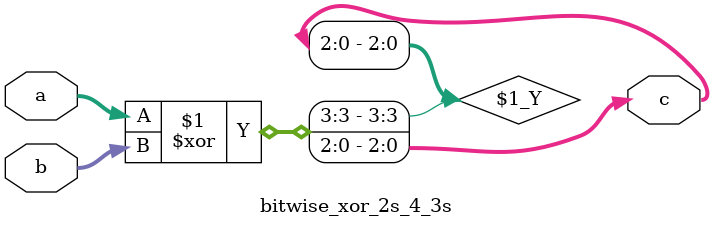
<source format=v>
module bitwise_xor_2s_4_3s(a, b, c);
  input signed [1:0] a;
  input [3:0] b;
  output signed [2:0] c;
  assign c = a ^ b;
endmodule

</source>
